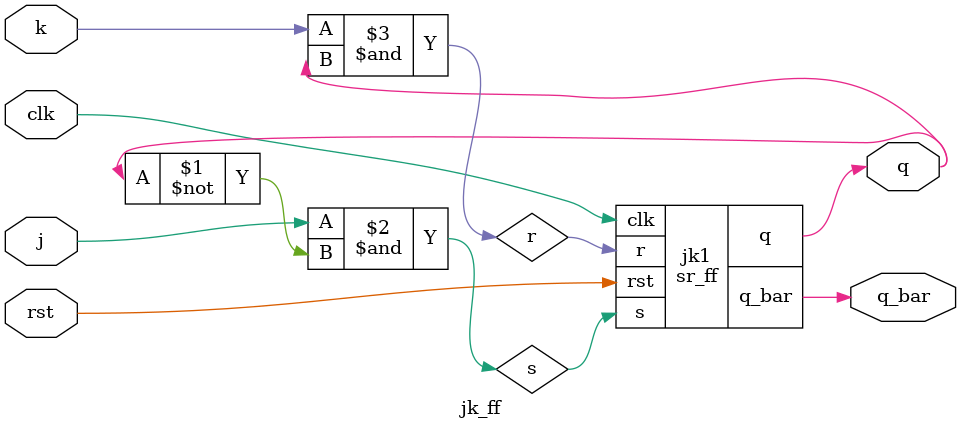
<source format=v>

module sr_ff(
input s,r,clk,rst,
output reg q,
output q_bar);
always @(posedge clk or posedge rst)
begin 
if(rst)
q<=1'b0;
else
case({s,r})
2'b00:q<=q;
2'b01:q<=1'b0;
2'b10:q<=1'b1;
2'b11:q<=1'bx;
endcase
end
assign q_bar=~q;
endmodule


module jk_ff(
input j,k,clk,rst,
output q,q_bar);
assign s = j&~q;
assign r = k &q;
sr_ff jk1(
.s(s),
.r(r),
.clk(clk),
.rst(rst),
.q(q), .q_bar(q_bar));
endmodule


</source>
